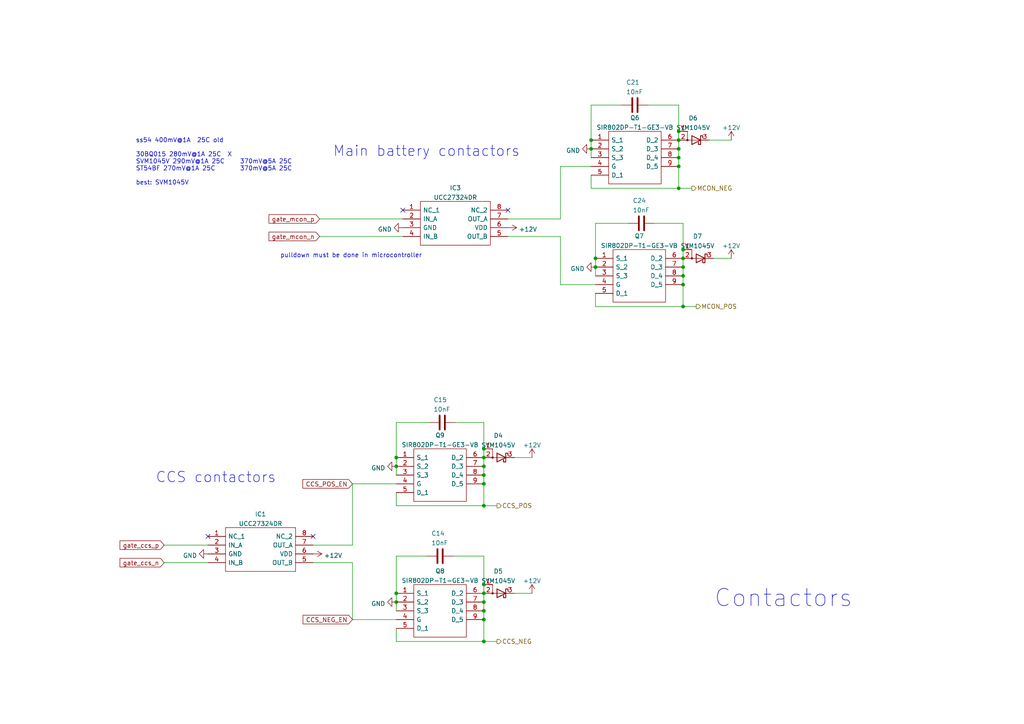
<source format=kicad_sch>
(kicad_sch (version 20230121) (generator eeschema)
  (paper "A4")
  (title_block (title "Tesla Model 3 Battery Controller") (date "2022-03-23") (rev "v0.3") (company "Wim Boone"))
  (lib_symbols
    (symbol "Device:C" (pin_numbers hide) (pin_names (offset 0.254))
      (property "Reference" "C" (at 0.635 2.54 0))
      (property "Value" "C" (at 0.635 -2.54 0))
      (symbol "C_0_1"
        (polyline (pts (xy -2.032 -0.762) (xy 2.032 -0.762)) (stroke (width 0.508)))
        (polyline (pts (xy -2.032 0.762) (xy 2.032 0.762)) (stroke (width 0.508)))
      )
      (symbol "C_1_1"
        (pin passive line (at 0 3.81 270) (length 2.794) (name "~") (number "1"))
        (pin passive line (at 0 -3.81 90) (length 2.794) (name "~") (number "2"))
      )
    )
    (symbol "Device:D_Schottky_AAK" (pin_names (offset 0) hide)
      (property "Reference" "D" (at 0 2.54 0))
      (property "Value" "D_Schottky_AAK" (at 0 -2.54 0))
      (symbol "D_Schottky_AAK_0_1"
        (polyline (pts (xy 1.27 1.27) (xy 1.27 -1.27) (xy -1.27 0) (xy 1.27 1.27)) (stroke (width 0.254)))
        (polyline (pts (xy 3.81 2.54) (xy 2.54 2.54) (xy 2.54 0) (xy -1.27 0)))
        (polyline (pts (xy -1.905 0.635) (xy -1.905 1.27) (xy -1.27 1.27) (xy -1.27 -1.27) (xy -0.635 -1.27) (xy -0.635 -0.635)) (stroke (width 0.254)))
        (circle (center 2.54 0) (radius 0.254) (fill (type outline)))
      )
      (symbol "D_Schottky_AAK_1_1"
        (pin passive line (at 5.08 2.54 180) (length 2.54) (name "A") (number "1"))
        (pin passive line (at 5.08 0 180) (length 2.54) (name "A") (number "2"))
        (pin passive line (at -3.81 0 0) (length 2.54) (name "K") (number "3"))
      )
    )
    (symbol "SamacSys_Parts:TC4427ACOA" (pin_names (offset 0.762))
      (property "Reference" "IC" (at 26.67 7.62 0))
      (property "Value" "TC4427ACOA" (at 26.67 5.08 0))
      (symbol "TC4427ACOA_0_0"
        (pin passive line (at 0 0 0) (length 5.08) (name "NC_1") (number "1"))
        (pin passive line (at 0 -2.54 0) (length 5.08) (name "IN_A") (number "2"))
        (pin passive line (at 0 -5.08 0) (length 5.08) (name "GND") (number "3"))
        (pin passive line (at 0 -7.62 0) (length 5.08) (name "IN_B") (number "4"))
        (pin passive line (at 30.48 -7.62 180) (length 5.08) (name "OUT_B") (number "5"))
        (pin passive line (at 30.48 -5.08 180) (length 5.08) (name "VDD") (number "6"))
        (pin passive line (at 30.48 -2.54 180) (length 5.08) (name "OUT_A") (number "7"))
        (pin passive line (at 30.48 0 180) (length 5.08) (name "NC_2") (number "8"))
      )
      (symbol "TC4427ACOA_0_1"
        (polyline (pts (xy 5.08 2.54) (xy 25.4 2.54) (xy 25.4 -10.16) (xy 5.08 -10.16) (xy 5.08 2.54)) (stroke (width 0.1524)))
      )
    )
    (symbol "SamacSys_Parts_new:SIRA90DP-T1-GE3" (pin_names (offset 0.762))
      (property "Reference" "Q" (at 21.59 7.62 0))
      (property "Value" "SIRA90DP-T1-GE3" (at 21.59 5.08 0))
      (symbol "SIRA90DP-T1-GE3_0_0"
        (pin passive line (at 0 0 0) (length 5.08) (name "S_1") (number "1"))
        (pin passive line (at 0 -2.54 0) (length 5.08) (name "S_2") (number "2"))
        (pin passive line (at 0 -5.08 0) (length 5.08) (name "S_3") (number "3"))
        (pin passive line (at 0 -7.62 0) (length 5.08) (name "G") (number "4"))
        (pin passive line (at 0 -10.16 0) (length 5.08) (name "D_1") (number "5"))
        (pin passive line (at 25.4 0 180) (length 5.08) (name "D_2") (number "6"))
        (pin passive line (at 25.4 -2.54 180) (length 5.08) (name "D_3") (number "7"))
        (pin passive line (at 25.4 -5.08 180) (length 5.08) (name "D_4") (number "8"))
        (pin passive line (at 25.4 -7.62 180) (length 5.08) (name "D_5") (number "9"))
      )
      (symbol "SIRA90DP-T1-GE3_0_1"
        (polyline (pts (xy 5.08 2.54) (xy 20.32 2.54) (xy 20.32 -12.7) (xy 5.08 -12.7) (xy 5.08 2.54)) (stroke (width 0.1524)))
      )
    )
    (symbol "power:+12V" (power) (pin_names (offset 0))
      (property "Value" "+12V" (at 0 3.556 0))
      (symbol "+12V_0_1"
        (polyline (pts (xy -0.762 1.27) (xy 0 2.54)))
        (polyline (pts (xy 0 0) (xy 0 2.54)))
        (polyline (pts (xy 0 2.54) (xy 0.762 1.27)))
      )
      (symbol "+12V_1_1"
        (pin power_in line (at 0 0 90) (length 0) hide (name "+12V") (number "1"))
      )
    )
    (symbol "power:GND" (power) (pin_names (offset 0))
      (property "Value" "GND" (at 0 -3.81 0))
      (symbol "GND_0_1"
        (polyline (pts (xy 0 0) (xy 0 -1.27) (xy 1.27 -1.27) (xy 0 -2.54) (xy -1.27 -1.27) (xy 0 -1.27)))
      )
      (symbol "GND_1_1"
        (pin power_in line (at 0 0 270) (length 0) hide (name "GND") (number "1"))
      )
    )
  )
  (junction (at 140.335 174.625))
  (junction (at 114.935 174.625))
  (junction (at 196.85 40.64))
  (junction (at 198.12 77.47))
  (junction (at 172.72 74.93))
  (junction (at 196.85 38.1))
  (junction (at 196.85 48.26))
  (junction (at 140.335 172.085))
  (junction (at 140.335 140.335))
  (junction (at 171.45 40.64))
  (junction (at 114.935 132.715))
  (junction (at 140.335 146.685))
  (junction (at 140.335 135.255))
  (junction (at 198.12 82.55))
  (junction (at 196.85 45.72))
  (junction (at 140.335 130.175))
  (junction (at 114.935 172.085))
  (junction (at 140.335 186.055))
  (junction (at 198.12 88.9))
  (junction (at 171.45 43.18))
  (junction (at 140.335 169.545))
  (junction (at 196.85 43.18))
  (junction (at 198.12 72.39))
  (junction (at 140.335 132.715))
  (junction (at 114.935 135.255))
  (junction (at 198.12 74.93))
  (junction (at 198.12 80.01))
  (junction (at 140.335 177.165))
  (junction (at 172.72 77.47))
  (junction (at 196.85 54.61))
  (junction (at 140.335 179.705))
  (junction (at 140.335 137.795))
  (no_connect (at 60.325 155.575))
  (no_connect (at 147.32 60.96))
  (no_connect (at 90.805 155.575))
  (no_connect (at 116.84 60.96))
  (wire (pts (xy 140.335 137.795) (xy 140.335 140.335)))
  (wire (pts (xy 171.45 43.18) (xy 171.45 45.72)))
  (wire (pts (xy 182.245 64.77) (xy 172.72 64.77)))
  (wire (pts (xy 171.45 40.64) (xy 171.45 43.18)))
  (wire (pts (xy 196.85 45.72) (xy 196.85 48.26)))
  (wire (pts (xy 114.935 174.625) (xy 114.935 177.165)))
  (wire (pts (xy 140.335 179.705) (xy 140.335 186.055)))
  (wire (pts (xy 196.85 43.18) (xy 196.85 45.72)))
  (wire (pts (xy 114.935 146.685) (xy 114.935 142.875)))
  (wire (pts (xy 180.34 30.48) (xy 171.45 30.48)))
  (wire (pts (xy 198.12 88.9) (xy 201.93 88.9)))
  (wire (pts (xy 114.935 132.715) (xy 114.935 135.255)))
  (wire (pts (xy 198.12 88.9) (xy 172.72 88.9)))
  (wire (pts (xy 171.45 54.61) (xy 196.85 54.61)))
  (wire (pts (xy 114.935 172.085) (xy 114.935 174.625)))
  (wire (pts (xy 172.72 64.77) (xy 172.72 74.93)))
  (wire (pts (xy 154.305 132.715) (xy 149.225 132.715)))
  (wire (pts (xy 196.85 30.48) (xy 196.85 38.1)))
  (wire (pts (xy 196.85 38.1) (xy 196.85 40.64)))
  (wire (pts (xy 189.865 64.77) (xy 198.12 64.77)))
  (wire (pts (xy 140.335 169.545) (xy 140.335 172.085)))
  (wire (pts (xy 147.32 63.5) (xy 162.56 63.5)))
  (wire (pts (xy 205.74 40.64) (xy 212.09 40.64)))
  (wire (pts (xy 140.335 177.165) (xy 140.335 179.705)))
  (wire (pts (xy 140.335 130.175) (xy 140.335 132.715)))
  (wire (pts (xy 172.72 74.93) (xy 172.72 77.47)))
  (wire (pts (xy 140.335 186.055) (xy 144.145 186.055)))
  (wire (pts (xy 102.235 179.705) (xy 114.935 179.705)))
  (wire (pts (xy 171.45 30.48) (xy 171.45 40.64)))
  (wire (pts (xy 124.46 122.555) (xy 114.935 122.555)))
  (wire (pts (xy 147.32 68.58) (xy 162.56 68.58)))
  (wire (pts (xy 162.56 82.55) (xy 172.72 82.55)))
  (wire (pts (xy 47.625 158.115) (xy 60.325 158.115)))
  (wire (pts (xy 131.445 161.29) (xy 140.335 161.29)))
  (wire (pts (xy 114.935 146.685) (xy 140.335 146.685)))
  (wire (pts (xy 198.12 80.01) (xy 198.12 82.55)))
  (wire (pts (xy 140.335 135.255) (xy 140.335 137.795)))
  (wire (pts (xy 187.96 30.48) (xy 196.85 30.48)))
  (wire (pts (xy 198.12 77.47) (xy 198.12 80.01)))
  (wire (pts (xy 198.12 74.93) (xy 198.12 77.47)))
  (wire (pts (xy 172.72 77.47) (xy 172.72 80.01)))
  (wire (pts (xy 140.335 146.685) (xy 144.145 146.685)))
  (wire (pts (xy 90.805 163.195) (xy 102.235 163.195)))
  (wire (pts (xy 172.72 88.9) (xy 172.72 85.09)))
  (wire (pts (xy 198.12 64.77) (xy 198.12 72.39)))
  (wire (pts (xy 140.335 122.555) (xy 140.335 130.175)))
  (wire (pts (xy 114.935 186.055) (xy 140.335 186.055)))
  (wire (pts (xy 198.12 82.55) (xy 198.12 88.9)))
  (wire (pts (xy 154.305 172.085) (xy 149.225 172.085)))
  (wire (pts (xy 114.935 135.255) (xy 114.935 137.795)))
  (wire (pts (xy 196.85 40.64) (xy 196.85 43.18)))
  (wire (pts (xy 140.335 132.715) (xy 140.335 135.255)))
  (wire (pts (xy 47.625 163.195) (xy 60.325 163.195)))
  (wire (pts (xy 102.235 158.115) (xy 102.235 140.335)))
  (wire (pts (xy 92.71 68.58) (xy 116.84 68.58)))
  (wire (pts (xy 162.56 63.5) (xy 162.56 48.26)))
  (wire (pts (xy 123.825 161.29) (xy 114.935 161.29)))
  (wire (pts (xy 140.335 172.085) (xy 140.335 174.625)))
  (wire (pts (xy 140.335 161.29) (xy 140.335 169.545)))
  (wire (pts (xy 92.71 63.5) (xy 116.84 63.5)))
  (wire (pts (xy 198.12 72.39) (xy 198.12 74.93)))
  (wire (pts (xy 102.235 140.335) (xy 114.935 140.335)))
  (wire (pts (xy 140.335 140.335) (xy 140.335 146.685)))
  (wire (pts (xy 132.08 122.555) (xy 140.335 122.555)))
  (wire (pts (xy 140.335 174.625) (xy 140.335 177.165)))
  (wire (pts (xy 114.935 122.555) (xy 114.935 132.715)))
  (wire (pts (xy 162.56 68.58) (xy 162.56 82.55)))
  (wire (pts (xy 196.85 48.26) (xy 196.85 54.61)))
  (wire (pts (xy 171.45 50.8) (xy 171.45 54.61)))
  (wire (pts (xy 162.56 48.26) (xy 171.45 48.26)))
  (wire (pts (xy 102.235 158.115) (xy 90.805 158.115)))
  (wire (pts (xy 114.935 161.29) (xy 114.935 172.085)))
  (wire (pts (xy 196.85 54.61) (xy 200.66 54.61)))
  (wire (pts (xy 102.235 163.195) (xy 102.235 179.705)))
  (wire (pts (xy 212.09 74.93) (xy 207.01 74.93)))
  (wire (pts (xy 114.935 182.245) (xy 114.935 186.055)))
  (text "ss54 400mV@1A  25C old\n\n30BQ015 280mV@1A 25C  X\nSVM1045V 290mV@1A 25C	370mV@5A 25C\nST54BF 270mV@1A 25C  	370mV@5A 25C\n\nbest: SVM1045V\n\n" (at 39.37 55.88 0) (effects (font (size 1.27 1.27)) (justify left bottom)))
  (text "Main battery contactors" (at 96.52 45.72 0) (effects (font (size 3 3)) (justify left bottom)))
  (text "CCS contactors" (at 45.085 140.335 0) (effects (font (size 3 3)) (justify left bottom)))
  (text "Contactors" (at 207.01 176.53 0) (effects (font (size 5 5)) (justify left bottom)))
  (text "pulldown must be done in microcontroller" (at 81.28 74.93 0) (effects (font (size 1.27 1.27)) (justify left bottom)))
  (global_label "CCS_NEG_EN" (shape input) (at 102.235 179.705 180) (property "Intersheetrefs" "${INTERSHEET_REFS}" (effects hide)))
  (global_label "CCS_POS_EN" (shape input) (at 102.235 140.335 180) (property "Intersheetrefs" "${INTERSHEET_REFS}" (effects hide)))
  (global_label "gate_ccs_p" (shape input) (at 47.625 158.115 180) (property "Intersheetrefs" "${INTERSHEET_REFS}" (effects hide)))
  (global_label "gate_ccs_n" (shape input) (at 47.625 163.195 180) (property "Intersheetrefs" "${INTERSHEET_REFS}" (effects hide)))
  (global_label "gate_mcon_n" (shape input) (at 92.71 68.58 180) (property "Intersheetrefs" "${INTERSHEET_REFS}" (effects hide)))
  (global_label "gate_mcon_p" (shape input) (at 92.71 63.5 180) (property "Intersheetrefs" "${INTERSHEET_REFS}" (effects hide)))
  (hierarchical_label "CCS_NEG" (shape output) (at 144.145 186.055 0))
  (hierarchical_label "MCON_POS" (shape output) (at 201.93 88.9 0))
  (hierarchical_label "MCON_NEG" (shape output) (at 200.66 54.61 0))
  (hierarchical_label "CCS_POS" (shape output) (at 144.145 146.685 0))
  (symbol (lib_id "Device:C") (at 186.055 64.77 270) (unit 1)
    (property "Reference" "C24" (at 183.515 58.1849 90) (effects (justify left)))
    (property "Value" "10nF" (at 183.515 60.96 90) (effects (justify left)))
    (property "Footprint" "Capacitor_SMD:C_0603_1608Metric" (effects hide))
    (property "LCSC Part" "C57112" (effects hide))
    (property "Description" "50V 10nF X7R ±10% 0603  Multilayer Ceramic Capacitors MLCC - SMD/SMT ROHS" (effects hide))
  )
  (symbol (lib_id "power:GND") (at 116.84 66.04 270) (unit 1)
    (property "Reference" "#PWR0212" (effects hide))
    (property "Value" "GND" (at 113.6651 66.519 90) (effects (justify right)))
  )
  (symbol (lib_id "power:GND") (at 172.72 77.47 270) (unit 1)
    (property "Reference" "#PWR0147" (effects hide))
    (property "Value" "GND" (at 169.545 77.949 90) (effects (justify right)))
  )
  (symbol (lib_id "Device:C") (at 184.15 30.48 270) (unit 1)
    (property "Reference" "C21" (at 181.61 23.8949 90) (effects (justify left)))
    (property "Value" "10nF" (at 181.61 26.67 90) (effects (justify left)))
    (property "Footprint" "Capacitor_SMD:C_0603_1608Metric" (effects hide))
    (property "LCSC Part" "C57112" (effects hide))
    (property "Description" "50V 10nF X7R ±10% 0603  Multilayer Ceramic Capacitors MLCC - SMD/SMT ROHS" (effects hide))
  )
  (symbol (lib_id "SamacSys_Parts_new:SIRA90DP-T1-GE3") (at 172.72 74.93 0) (unit 1)
    (property "Reference" "Q7" (at 185.42 68.4743 0))
    (property "Value" "SIR802DP-T1-GE3-VB" (at 185.42 71.2494 0))
    (property "Footprint" "SIRA90DPT1GE3" (effects hide))
    (property "Datasheet" "https://www.vishay.com/docs/67854/sira90dp.pdf" (effects hide))
    (property "Description" "30V 100A 250W 1.8mΩ@10V,32A N Channel PDFN-8(5x6)  MOSFETs ROHS" (effects hide))
    (property "Height" "1.12" (effects hide))
    (property "Manufacturer_Name" "Vishay" (effects hide))
    (property "Manufacturer_Part_Number" "SIR802DP-T1-GE3-VB" (effects hide))
    (property "LCSC Part" "C558278" (effects hide))
  )
  (symbol (lib_id "Device:D_Schottky_AAK") (at 203.2 74.93 0) (mirror y) (unit 1)
    (property "Reference" "D7" (at 202.311 68.5505 0))
    (property "Value" "SVM1045V" (at 202.311 71.3256 0))
    (property "Footprint" "Package_TO_SOT_SMD:TO-277B" (effects hide))
    (property "Datasheet" "https://datasheet.lcsc.com/lcsc/1912111437_PANJIT-International-SVM1045V_C268715.pdf" (effects hide))
    (property "LCSC Part" "C268715" (effects hide))
    (property "Description" "45V 470mV@10A 10A TO-277 Schottky Barrier Diodes (SBD) ROHS" (effects hide))
  )
  (symbol (lib_id "power:GND") (at 114.935 174.625 270) (unit 1)
    (property "Reference" "#PWR0185" (effects hide))
    (property "Value" "GND" (at 111.76 175.104 90) (effects (justify right)))
  )
  (symbol (lib_id "Device:C") (at 128.27 122.555 270) (unit 1)
    (property "Reference" "C15" (at 125.73 115.9699 90) (effects (justify left)))
    (property "Value" "10nF" (at 125.73 118.745 90) (effects (justify left)))
    (property "Footprint" "Capacitor_SMD:C_0603_1608Metric" (effects hide))
    (property "LCSC Part" "C57112" (effects hide))
    (property "Description" "50V 10nF X7R ±10% 0603  Multilayer Ceramic Capacitors MLCC - SMD/SMT ROHS" (effects hide))
  )
  (symbol (lib_id "Device:D_Schottky_AAK") (at 145.415 132.715 0) (mirror y) (unit 1)
    (property "Reference" "D4" (at 144.526 126.3355 0))
    (property "Value" "SVM1045V" (at 144.526 129.1106 0))
    (property "Footprint" "Package_TO_SOT_SMD:TO-277B" (effects hide))
    (property "Datasheet" "https://datasheet.lcsc.com/lcsc/1912111437_PANJIT-International-SVM1045V_C268715.pdf" (effects hide))
    (property "LCSC Part" "C268715" (effects hide))
    (property "Description" "45V 470mV@10A 10A TO-277 Schottky Barrier Diodes (SBD) ROHS" (effects hide))
  )
  (symbol (lib_id "SamacSys_Parts_new:SIRA90DP-T1-GE3") (at 114.935 172.085 0) (unit 1)
    (property "Reference" "Q8" (at 127.635 165.6293 0))
    (property "Value" "SIR802DP-T1-GE3-VB" (at 127.635 168.4044 0))
    (property "Footprint" "SIRA90DPT1GE3" (effects hide))
    (property "Datasheet" "https://www.vishay.com/docs/67854/sira90dp.pdf" (effects hide))
    (property "Description" "30V 100A 250W 1.8mΩ@10V,32A N Channel PDFN-8(5x6)  MOSFETs ROHS" (effects hide))
    (property "Height" "1.12" (effects hide))
    (property "Manufacturer_Name" "Vishay" (effects hide))
    (property "Manufacturer_Part_Number" "SIR802DP-T1-GE3-VB" (effects hide))
    (property "LCSC Part" "C558278" (effects hide))
  )
  (symbol (lib_id "power:+12V") (at 147.32 66.04 270) (unit 1)
    (property "Reference" "#PWR0211" (effects hide))
    (property "Value" "+12V" (at 150.495 66.519 90) (effects (justify left)))
  )
  (symbol (lib_id "power:+12V") (at 154.305 132.715 0) (unit 1)
    (property "Reference" "#PWR0224" (effects hide))
    (property "Value" "+12V" (at 154.305 129.1105 0))
  )
  (symbol (lib_id "power:GND") (at 114.935 135.255 270) (unit 1)
    (property "Reference" "#PWR0148" (effects hide))
    (property "Value" "GND" (at 111.76 135.734 90) (effects (justify right)))
  )
  (symbol (lib_id "power:+12V") (at 212.09 40.64 0) (unit 1)
    (property "Reference" "#PWR0223" (effects hide))
    (property "Value" "+12V" (at 212.09 37.0355 0))
  )
  (symbol (lib_id "power:+12V") (at 90.805 160.655 270) (unit 1)
    (property "Reference" "#PWR0253" (effects hide))
    (property "Value" "+12V" (at 93.98 161.134 90) (effects (justify left)))
  )
  (symbol (lib_id "power:GND") (at 60.325 160.655 270) (unit 1)
    (property "Reference" "#PWR0282" (effects hide))
    (property "Value" "GND" (at 57.1501 161.134 90) (effects (justify right)))
  )
  (symbol (lib_id "power:+12V") (at 212.09 74.93 0) (unit 1)
    (property "Reference" "#PWR0221" (effects hide))
    (property "Value" "+12V" (at 212.09 71.3255 0))
  )
  (symbol (lib_id "power:+12V") (at 154.305 172.085 0) (unit 1)
    (property "Reference" "#PWR0225" (effects hide))
    (property "Value" "+12V" (at 154.305 168.4805 0))
  )
  (symbol (lib_id "Device:C") (at 127.635 161.29 270) (unit 1)
    (property "Reference" "C14" (at 125.095 154.7049 90) (effects (justify left)))
    (property "Value" "10nF" (at 125.095 157.48 90) (effects (justify left)))
    (property "Footprint" "Capacitor_SMD:C_0603_1608Metric" (effects hide))
    (property "LCSC Part" "C57112" (effects hide))
    (property "Description" "50V 10nF X7R ±10% 0603  Multilayer Ceramic Capacitors MLCC - SMD/SMT ROHS" (effects hide))
  )
  (symbol (lib_id "SamacSys_Parts:TC4427ACOA") (at 60.325 155.575 0) (unit 1)
    (property "Reference" "IC1" (at 75.565 149.1193 0))
    (property "Value" "UCC27324DR" (at 75.565 151.8944 0))
    (property "Footprint" "Package_SO:SOP-8_3.9x4.9mm_P1.27mm" (effects hide))
    (property "Datasheet" "https://www.ti.com/lit/ds/symlink/ucc27324.pdf?ts=1652263049944&ref_url=https%253A%252F%252Fwww.google.com%252F" (effects hide))
    (property "Description" "Dual 4-A Peak High-Speed Low-Side Power-MOSFET Drivers" (effects hide))
    (property "Height" "1.75" (effects hide))
    (property "Manufacturer_Name" "Microchip" (effects hide))
    (property "Manufacturer_Part_Number" "UCC27324DR" (effects hide))
    (property "Arrow Part Number" "TC4427ACOA" (effects hide))
    (property "Arrow Price/Stock" "https://www.arrow.com/en/products/tc4427acoa/microchip-technology?region=nac" (effects hide))
    (property "LCSC Part" "C46427" (effects hide))
  )
  (symbol (lib_id "Device:D_Schottky_AAK") (at 201.93 40.64 0) (mirror y) (unit 1)
    (property "Reference" "D6" (at 201.041 34.2605 0))
    (property "Value" "SVM1045V" (at 201.041 37.0356 0))
    (property "Footprint" "Package_TO_SOT_SMD:TO-277B" (effects hide))
    (property "Datasheet" "https://datasheet.lcsc.com/lcsc/1912111437_PANJIT-International-SVM1045V_C268715.pdf" (effects hide))
    (property "LCSC Part" "C268715" (effects hide))
    (property "Description" "45V 470mV@10A 10A TO-277 Schottky Barrier Diodes (SBD) ROHS" (effects hide))
  )
  (symbol (lib_id "Device:D_Schottky_AAK") (at 145.415 172.085 0) (mirror y) (unit 1)
    (property "Reference" "D5" (at 144.526 165.7055 0))
    (property "Value" "SVM1045V" (at 144.526 168.4806 0))
    (property "Footprint" "Package_TO_SOT_SMD:TO-277B" (effects hide))
    (property "Datasheet" "https://datasheet.lcsc.com/lcsc/1912111437_PANJIT-International-SVM1045V_C268715.pdf" (effects hide))
    (property "LCSC Part" "C268715" (effects hide))
    (property "Description" "45V 470mV@10A 10A TO-277 Schottky Barrier Diodes (SBD) ROHS" (effects hide))
  )
  (symbol (lib_id "power:GND") (at 171.45 43.18 270) (unit 1)
    (property "Reference" "#PWR0145" (effects hide))
    (property "Value" "GND" (at 168.275 43.659 90) (effects (justify right)))
  )
  (symbol (lib_id "SamacSys_Parts_new:SIRA90DP-T1-GE3") (at 114.935 132.715 0) (unit 1)
    (property "Reference" "Q9" (at 127.635 126.2593 0))
    (property "Value" "SIR802DP-T1-GE3-VB" (at 127.635 129.0344 0))
    (property "Footprint" "SIRA90DPT1GE3" (effects hide))
    (property "Datasheet" "https://www.vishay.com/docs/67854/sira90dp.pdf" (effects hide))
    (property "Description" "30V 100A 250W 1.8mΩ@10V,32A N Channel PDFN-8(5x6)  MOSFETs ROHS" (effects hide))
    (property "Height" "1.12" (effects hide))
    (property "Manufacturer_Name" "Vishay" (effects hide))
    (property "Manufacturer_Part_Number" "SIR802DP-T1-GE3-VB" (effects hide))
    (property "LCSC Part" "C558278" (effects hide))
  )
  (symbol (lib_id "SamacSys_Parts_new:SIRA90DP-T1-GE3") (at 171.45 40.64 0) (unit 1)
    (property "Reference" "Q6" (at 184.15 34.1843 0))
    (property "Value" "SIR802DP-T1-GE3-VB" (at 184.15 36.9594 0))
    (property "Footprint" "SIRA90DPT1GE3" (effects hide))
    (property "Datasheet" "https://www.vishay.com/docs/67854/sira90dp.pdf" (effects hide))
    (property "Description" "30V 100A 250W 1.8mΩ@10V,32A N Channel PDFN-8(5x6)  MOSFETs ROHS" (effects hide))
    (property "Height" "1.12" (effects hide))
    (property "Manufacturer_Name" "Vishay" (effects hide))
    (property "Manufacturer_Part_Number" "SIR802DP-T1-GE3-VB" (effects hide))
    (property "LCSC Part" "C558278" (effects hide))
  )
  (symbol (lib_id "SamacSys_Parts:TC4427ACOA") (at 116.84 60.96 0) (unit 1)
    (property "Reference" "IC3" (at 132.08 54.5043 0))
    (property "Value" "UCC27324DR" (at 132.08 57.2794 0))
    (property "Footprint" "Package_SO:SOP-8_3.9x4.9mm_P1.27mm" (effects hide))
    (property "Datasheet" "https://www.ti.com/lit/ds/symlink/ucc27324.pdf?ts=1652263049944&ref_url=https%253A%252F%252Fwww.google.com%252F" (effects hide))
    (property "Description" "Dual 4-A Peak High-Speed Low-Side Power-MOSFET Drivers" (effects hide))
    (property "Height" "1.75" (effects hide))
    (property "Manufacturer_Name" "Microchip" (effects hide))
    (property "Manufacturer_Part_Number" "UCC27324DR" (effects hide))
    (property "Arrow Part Number" "TC4427ACOA" (effects hide))
    (property "Arrow Price/Stock" "https://www.arrow.com/en/products/tc4427acoa/microchip-technology?region=nac" (effects hide))
    (property "LCSC Part" "C46427" (effects hide))
  )
)
</source>
